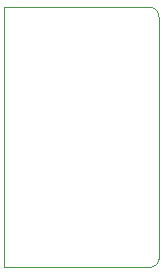
<source format=gm1>
%TF.GenerationSoftware,KiCad,Pcbnew,(5.1.10)-1*%
%TF.CreationDate,2021-08-05T17:53:58+02:00*%
%TF.ProjectId,mp3_buttons_pcb_Vlm_side,6d70335f-6275-4747-946f-6e735f706362,rev?*%
%TF.SameCoordinates,Original*%
%TF.FileFunction,Profile,NP*%
%FSLAX46Y46*%
G04 Gerber Fmt 4.6, Leading zero omitted, Abs format (unit mm)*
G04 Created by KiCad (PCBNEW (5.1.10)-1) date 2021-08-05 17:53:58*
%MOMM*%
%LPD*%
G01*
G04 APERTURE LIST*
%TA.AperFunction,Profile*%
%ADD10C,0.050000*%
%TD*%
G04 APERTURE END LIST*
D10*
X206105934Y-150103666D02*
G75*
G02*
X205440280Y-150769320I-665654J0D01*
G01*
X205287880Y-128744980D02*
G75*
G02*
X206108315Y-129565415I0J-820435D01*
G01*
X205287880Y-128744980D02*
X193001900Y-128747520D01*
X206105934Y-150103666D02*
X206108315Y-129565415D01*
X193001900Y-150766780D02*
X205440280Y-150769320D01*
X193001900Y-128747520D02*
X193001900Y-150766780D01*
M02*

</source>
